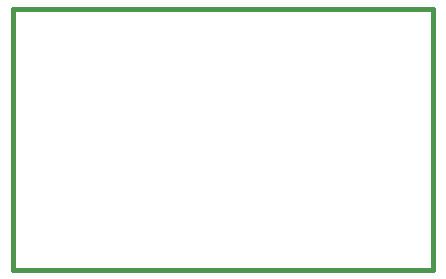
<source format=gbr>
G04 (created by PCBNEW-RS274X (2011-07-08)-stable) date Wed 23 Nov 2011 11:36:48 PM EST*
G01*
G70*
G90*
%MOIN*%
G04 Gerber Fmt 3.4, Leading zero omitted, Abs format*
%FSLAX34Y34*%
G04 APERTURE LIST*
%ADD10C,0.006000*%
%ADD11C,0.015000*%
G04 APERTURE END LIST*
G54D10*
G54D11*
X25200Y-25700D02*
X25200Y-26000D01*
X11200Y-25700D02*
X11200Y-26000D01*
X11300Y-25700D02*
X11200Y-25700D01*
X11200Y-26000D02*
X11200Y-34400D01*
X25200Y-25700D02*
X11300Y-25700D01*
X25200Y-34400D02*
X25200Y-26000D01*
X11300Y-34400D02*
X11200Y-34400D01*
X25200Y-34400D02*
X11300Y-34400D01*
M02*

</source>
